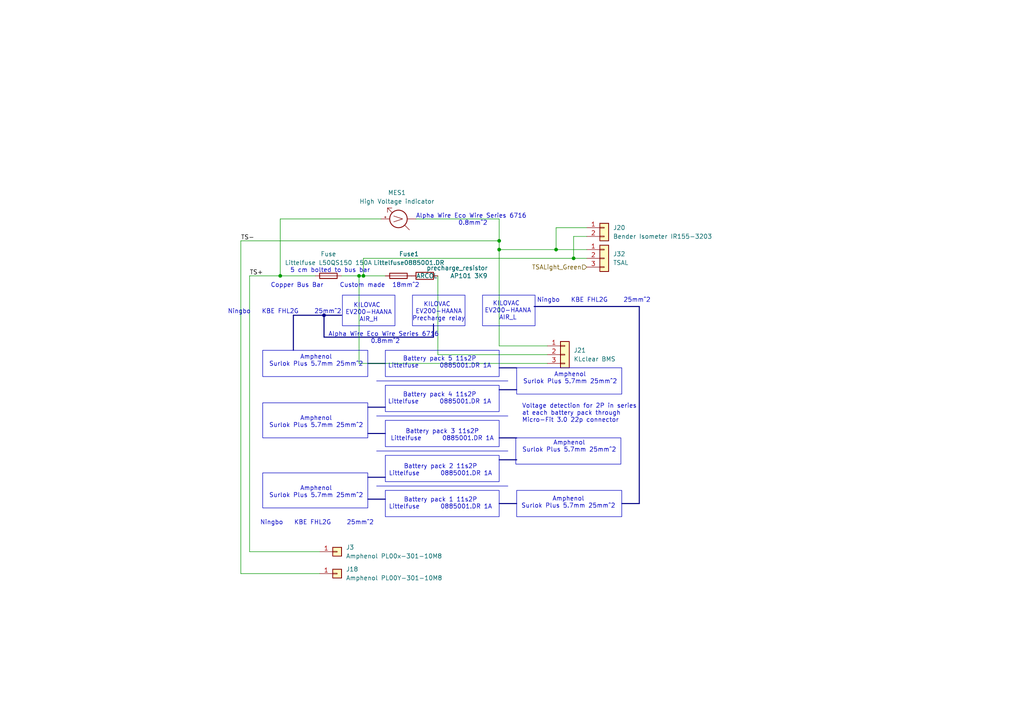
<source format=kicad_sch>
(kicad_sch (version 20250114) (generator "eeschema") (generator_version "9.0")
  (paper "A4")
  (lib_symbols
    (symbol "Connector_Generic:Conn_01x01" (pin_names (offset 1.016) (hide yes))
      (property "Reference" "J" (at 0 2.54 0))
      (property "Value" "Conn_01x01" (at 0 -2.54 0))
      (symbol "Conn_01x01_1_1"
        (rectangle (start -1.27 1.27) (end 1.27 -1.27) (stroke (width 0.254)) (fill (type background)))
        (rectangle (start -1.27 0.127) (end 0 -0.127) (stroke (width 0.1524)))
        (pin passive line (at -5.08 0 0) (length 3.81) (name "Pin_1") (number "1"))
      )
    )
    (symbol "Connector_Generic:Conn_01x02" (pin_names (offset 1.016) (hide yes))
      (property "Reference" "J" (at 0 2.54 0))
      (property "Value" "Conn_01x02" (at 0 -5.08 0))
      (symbol "Conn_01x02_1_1"
        (rectangle (start -1.27 1.27) (end 1.27 -3.81) (stroke (width 0.254)) (fill (type background)))
        (rectangle (start -1.27 0.127) (end 0 -0.127) (stroke (width 0.1524)))
        (rectangle (start -1.27 -2.413) (end 0 -2.667) (stroke (width 0.1524)))
        (pin passive line (at -5.08 0 0) (length 3.81) (name "Pin_1") (number "1"))
        (pin passive line (at -5.08 -2.54 0) (length 3.81) (name "Pin_2") (number "2"))
      )
    )
    (symbol "Connector_Generic:Conn_01x03" (pin_names (offset 1.016) (hide yes))
      (property "Reference" "J" (at 0 5.08 0))
      (property "Value" "Conn_01x03" (at 0 -5.08 0))
      (symbol "Conn_01x03_1_1"
        (rectangle (start -1.27 3.81) (end 1.27 -3.81) (stroke (width 0.254)) (fill (type background)))
        (rectangle (start -1.27 2.667) (end 0 2.413) (stroke (width 0.1524)))
        (rectangle (start -1.27 0.127) (end 0 -0.127) (stroke (width 0.1524)))
        (rectangle (start -1.27 -2.413) (end 0 -2.667) (stroke (width 0.1524)))
        (pin passive line (at -5.08 2.54 0) (length 3.81) (name "Pin_1") (number "1"))
        (pin passive line (at -5.08 0 0) (length 3.81) (name "Pin_2") (number "2"))
        (pin passive line (at -5.08 -2.54 0) (length 3.81) (name "Pin_3") (number "3"))
      )
    )
    (symbol "Device:Fuse" (pin_numbers (hide yes)) (pin_names (offset 0))
      (property "Reference" "F" (at 2.032 0 90))
      (property "Value" "Fuse" (at -1.905 0 90))
      (symbol "Fuse_0_1"
        (rectangle (start -0.762 -2.54) (end 0.762 2.54) (stroke (width 0.254)))
        (polyline (pts (xy 0 2.54) (xy 0 -2.54)))
      )
      (symbol "Fuse_1_1"
        (pin passive line (at 0 3.81 270) (length 1.27) (name "~") (number "1"))
        (pin passive line (at 0 -3.81 90) (length 1.27) (name "~") (number "2"))
      )
    )
    (symbol "Device:R" (pin_numbers (hide yes)) (pin_names (offset 0))
      (property "Reference" "R" (at 2.032 0 90))
      (property "Value" "R" (at 0 0 90))
      (symbol "R_0_1"
        (rectangle (start -1.016 -2.54) (end 1.016 2.54) (stroke (width 0.254)))
      )
      (symbol "R_1_1"
        (pin passive line (at 0 3.81 270) (length 1.27) (name "~") (number "1"))
        (pin passive line (at 0 -3.81 90) (length 1.27) (name "~") (number "2"))
      )
    )
    (symbol "Device:Voltmeter_DC" (pin_numbers (hide yes)) (pin_names (offset 0.0254) (hide yes))
      (property "Reference" "MES" (at -3.302 1.016 0))
      (property "Value" "Voltmeter_DC" (at -3.302 -0.762 0))
      (symbol "Voltmeter_DC_0_0"
        (polyline (pts (xy -3.175 -3.175) (xy -1.905 -1.905)))
        (polyline (pts (xy 1.905 3.175) (xy 3.175 3.175) (xy 3.175 1.905)))
        (polyline (pts (xy 1.905 1.905) (xy 3.175 3.175)))
        (text "V" (at 0 0 0) (effects (font (size 2.54 2.54))))
      )
      (symbol "Voltmeter_DC_0_1"
        (circle (center 0 0) (radius 2.54) (stroke (width 0.254)))
        (polyline (pts (xy 0.254 3.81) (xy 0.762 3.81)))
        (polyline (pts (xy 0.508 4.064) (xy 0.508 3.556)))
      )
      (symbol "Voltmeter_DC_1_1"
        (pin passive line (at 0 5.08 270) (length 2.54) (name "+") (number "2"))
        (pin passive line (at 0 -5.08 90) (length 2.54) (name "-") (number "1"))
      )
    )
  )
  (rectangle (start 109.22 120.65) (end 147.32 120.65))
  (rectangle (start 109.22 110.49) (end 147.32 110.49))
  (rectangle (start 76.2 101.6) (end 106.68 109.22))
  (rectangle (start 99.314 85.598) (end 114.554 94.488))
  (rectangle (start 149.86 142.24) (end 180.34 149.86))
  (rectangle (start 109.22 130.81) (end 147.32 130.81))
  (rectangle (start 76.2 116.84) (end 106.68 127))
  (rectangle (start 139.954 85.598) (end 155.194 94.488))
  (rectangle (start 111.76 121.92) (end 144.78 129.54))
  (rectangle (start 76.2 137.16) (end 106.68 147.32))
  (rectangle (start 149.606 127) (end 180.086 134.62))
  (rectangle (start 149.86 106.68) (end 180.34 114.3))
  (rectangle (start 111.76 111.76) (end 144.78 119.38))
  (rectangle (start 109.22 140.97) (end 147.32 140.97))
  (rectangle (start 111.76 101.6) (end 144.78 109.22))
  (rectangle (start 111.76 142.24) (end 144.78 149.86))
  (rectangle (start 111.76 132.08) (end 144.78 139.7))
  (rectangle (start 119.634 85.598) (end 134.874 94.488))
  (text "KILOVAC \nEV200-HAANA\nAIR_L" (at 147.32 90.17 0) (effects (font (size 1.27 1.27))))
  (text "Ningbo	KBE FHL2G	25mm^2" (at 172.212 87.122 0) (effects (font (size 1.27 1.27))))
  (text "KILOVAC \nEV200-HAANA\nAIR_H" (at 106.934 90.678 0) (effects (font (size 1.27 1.27))))
  (text "Battery pack 1 11s2P\nLittelfuse	0885001.DR 1A" (at 127.762 146.05 0) (effects (font (size 1.27 1.27))))
  (text "Ningbo	KBE FHL2G	25mm^2" (at 82.55 90.424 0) (effects (font (size 1.27 1.27))))
  (text "Amphenol\nSurlok Plus 5.7mm 25mm^2" (at 91.694 104.648 0) (effects (font (size 1.27 1.27))))
  (text "Battery pack 4 11s2P\nLittelfuse	0885001.DR 1A" (at 127.508 115.57 0) (effects (font (size 1.27 1.27))))
  (text "Copper Bus Bar	Custom made	18mm^2" (at 100.076 82.804 0) (effects (font (size 1.27 1.27))))
  (text "Battery pack 3 11s2P\nLittelfuse	0885001.DR 1A" (at 128.27 126.238 0) (effects (font (size 1.27 1.27))))
  (text "Battery pack 5 11s2P\nLittelfuse	0885001.DR 1A" (at 127.508 105.156 0) (effects (font (size 1.27 1.27))))
  (text "Amphenol\nSurlok Plus 5.7mm 25mm^2" (at 165.1 129.54 0) (effects (font (size 1.27 1.27))))
  (text "Amphenol\nSurlok Plus 5.7mm 25mm^2" (at 164.846 145.796 0) (effects (font (size 1.27 1.27))))
  (text "Ningbo	KBE FHL2G	25mm^2" (at 91.948 151.638 0) (effects (font (size 1.27 1.27))))
  (text "Amphenol\nSurlok Plus 5.7mm 25mm^2" (at 165.354 109.728 0) (effects (font (size 1.27 1.27))))
  (text "Voltage detection for 2P in series\nat each battery pack through\nMicro-Fit 3.0 22p connector\n" (at 151.384 119.888 0) (effects (font (size 1.27 1.27)) (justify left)))
  (text "Alpha Wire Eco Wire Series 6716 \n0.8mm^2" (at 137.16 63.754 0) (effects (font (size 1.27 1.27))))
  (text "KILOVAC \nEV200-HAANA\nPrecharge relay" (at 127.254 90.424 0) (effects (font (size 1.27 1.27))))
  (text "5 cm bolted to bus bar" (at 95.758 78.486 0) (effects (font (size 1.27 1.27))))
  (text "Amphenol\nSurlok Plus 5.7mm 25mm^2" (at 91.694 142.748 0) (effects (font (size 1.27 1.27))))
  (text "Battery pack 2 11s2P\nLittelfuse	0885001.DR 1A" (at 127.762 136.398 0) (effects (font (size 1.27 1.27))))
  (text "Alpha Wire Eco Wire Series 6716 \n0.8mm^2" (at 111.76 98.044 0) (effects (font (size 1.27 1.27))))
  (text "Amphenol\nSurlok Plus 5.7mm 25mm^2" (at 91.694 122.428 0) (effects (font (size 1.27 1.27))))
  (junction (at 104.14 80.01))
  (junction (at 144.78 72.39))
  (junction (at 166.37 74.93))
  (junction (at 144.78 69.85))
  (junction (at 93.98 91.44))
  (junction (at 105.41 80.01))
  (junction (at 161.29 72.39))
  (junction (at 81.28 80.01))
  (wire (pts (xy 72.39 80.01) (xy 81.28 80.01)))
  (wire (pts (xy 166.37 68.58) (xy 170.18 68.58)))
  (wire (pts (xy 127 102.87) (xy 158.75 102.87)))
  (bus (pts (xy 185.42 88.9) (xy 185.42 146.05)))
  (wire (pts (xy 104.14 80.01) (xy 105.41 80.01)))
  (wire (pts (xy 166.37 74.93) (xy 170.18 74.93)))
  (wire (pts (xy 104.14 80.01) (xy 104.14 105.41)))
  (bus (pts (xy 144.78 146.05) (xy 149.86 146.05)))
  (wire (pts (xy 144.78 72.39) (xy 144.78 69.85)))
  (wire (pts (xy 105.41 80.01) (xy 111.76 80.01)))
  (bus (pts (xy 85.09 91.44) (xy 93.98 91.44)))
  (wire (pts (xy 120.65 63.5) (xy 144.78 63.5)))
  (bus (pts (xy 125.73 97.79) (xy 93.98 97.79)))
  (wire (pts (xy 127 80.01) (xy 127 102.87)))
  (wire (pts (xy 144.78 72.39) (xy 161.29 72.39)))
  (bus (pts (xy 106.68 105.41) (xy 111.76 105.41)))
  (wire (pts (xy 69.85 69.85) (xy 144.78 69.85)))
  (bus (pts (xy 180.34 146.05) (xy 185.42 146.05)))
  (wire (pts (xy 105.41 80.01) (xy 105.41 74.93)))
  (wire (pts (xy 144.78 100.33) (xy 158.75 100.33)))
  (wire (pts (xy 170.18 66.04) (xy 161.29 66.04)))
  (wire (pts (xy 92.71 160.02) (xy 72.39 160.02)))
  (bus (pts (xy 93.98 97.79) (xy 93.98 91.44)))
  (wire (pts (xy 81.28 80.01) (xy 81.28 63.5)))
  (wire (pts (xy 104.14 105.41) (xy 158.75 105.41)))
  (wire (pts (xy 69.85 166.37) (xy 69.85 69.85)))
  (bus (pts (xy 106.68 144.78) (xy 111.76 144.78)))
  (wire (pts (xy 144.78 72.39) (xy 144.78 100.33)))
  (wire (pts (xy 92.71 166.37) (xy 69.85 166.37)))
  (bus (pts (xy 125.73 93.98) (xy 125.73 97.79)))
  (wire (pts (xy 81.28 63.5) (xy 110.49 63.5)))
  (bus (pts (xy 106.68 118.11) (xy 111.76 118.11)))
  (bus (pts (xy 144.78 127) (xy 149.86 127)))
  (bus (pts (xy 154.94 88.9) (xy 185.42 88.9)))
  (wire (pts (xy 166.37 68.58) (xy 166.37 74.93)))
  (bus (pts (xy 144.78 133.35) (xy 149.86 133.35)))
  (bus (pts (xy 106.68 138.43) (xy 111.76 138.43)))
  (bus (pts (xy 93.98 91.44) (xy 99.06 91.44)))
  (wire (pts (xy 81.28 80.01) (xy 91.44 80.01)))
  (bus (pts (xy 85.09 91.44) (xy 85.09 101.6)))
  (bus (pts (xy 144.78 113.03) (xy 149.86 113.03)))
  (bus (pts (xy 144.78 106.68) (xy 149.86 106.68)))
  (wire (pts (xy 144.78 63.5) (xy 144.78 69.85)))
  (wire (pts (xy 72.39 160.02) (xy 72.39 80.01)))
  (wire (pts (xy 105.41 74.93) (xy 166.37 74.93)))
  (wire (pts (xy 99.06 80.01) (xy 104.14 80.01)))
  (bus (pts (xy 106.68 125.73) (xy 111.76 125.73)))
  (wire (pts (xy 161.29 66.04) (xy 161.29 72.39)))
  (wire (pts (xy 161.29 72.39) (xy 170.18 72.39)))
  (label "TS-" (at 69.85 69.85 0))
  (label "TS+" (at 72.39 80.01 0))
  (hierarchical_label "TSALight_Green" (shape input) (at 170.18 77.47 180))
  (symbol (lib_id "Connector_Generic:Conn_01x02") (at 175.26 66.04 0) (unit 1)
    (property "Reference" "J20" (at 177.8 66.0399 0) (effects (justify left)))
    (property "Value" "Bender Isometer IR155-3203" (at 177.8 68.5799 0) (effects (justify left)))
    (property "Description" "Generic connector, single row, 01x02, script generated (kicad-library-utils/schlib/autogen/connector/)" (effects (hide yes)))
  )
  (symbol (lib_id "Device:Fuse") (at 115.57 80.01 270) (unit 1)
    (property "Reference" "Fuse1" (at 118.618 73.66 90))
    (property "Value" "Littelfuse0885001.DR" (at 118.618 76.2 90))
    (property "Description" "Fuse" (effects (hide yes)))
  )
  (symbol (lib_id "Connector_Generic:Conn_01x01") (at 97.79 160.02 0) (unit 1)
    (property "Reference" "J3" (at 100.33 158.7499 0) (effects (justify left)))
    (property "Value" "Amphenol PL00x-301-10M8" (at 100.33 161.2899 0) (effects (justify left)))
    (property "Description" "Generic connector, single row, 01x01, script generated (kicad-library-utils/schlib/autogen/connector/)" (effects (hide yes)))
  )
  (symbol (lib_id "Connector_Generic:Conn_01x01") (at 97.79 166.37 0) (unit 1)
    (property "Reference" "J18" (at 100.33 165.0999 0) (effects (justify left)))
    (property "Value" "Amphenol PL00Y-301-10M8" (at 100.33 167.6399 0) (effects (justify left)))
    (property "Description" "Generic connector, single row, 01x01, script generated (kicad-library-utils/schlib/autogen/connector/)" (effects (hide yes)))
  )
  (symbol (lib_id "Device:Fuse") (at 95.25 80.01 90) (unit 1)
    (property "Reference" "Fuse" (at 95.25 73.66 90))
    (property "Value" "Littelfuse L50QS150 150A" (at 95.25 76.2 90))
    (property "Description" "Fuse" (effects (hide yes)))
  )
  (symbol (lib_id "Device:R") (at 123.19 80.01 90) (unit 1)
    (property "Reference" "precharge_resistor" (at 132.588 77.724 90))
    (property "Value" "ARCOL	AP101 3K9" (at 131.064 80.01 90))
    (property "Description" "Resistor" (effects (hide yes)))
  )
  (symbol (lib_id "Connector_Generic:Conn_01x03") (at 175.26 74.93 0) (unit 1)
    (property "Reference" "J32" (at 177.8 73.6599 0) (effects (justify left)))
    (property "Value" "TSAL" (at 177.8 76.1999 0) (effects (justify left)))
    (property "Description" "Generic connector, single row, 01x03, script generated (kicad-library-utils/schlib/autogen/connector/)" (effects (hide yes)))
  )
  (symbol (lib_id "Device:Voltmeter_DC") (at 115.57 63.5 90) (unit 1)
    (property "Reference" "MES1" (at 115.1255 55.88 90))
    (property "Value" "High Voltage indicator" (at 115.1255 58.42 90))
    (property "Description" "DC voltmeter" (effects (hide yes)))
  )
  (symbol (lib_id "Connector_Generic:Conn_01x03") (at 163.83 102.87 0) (unit 1)
    (property "Reference" "J21" (at 166.37 101.5999 0) (effects (justify left)))
    (property "Value" "KLclear BMS" (at 166.37 104.1399 0) (effects (justify left)))
    (property "Description" "Generic connector, single row, 01x03, script generated (kicad-library-utils/schlib/autogen/connector/)" (effects (hide yes)))
  )
)
</source>
